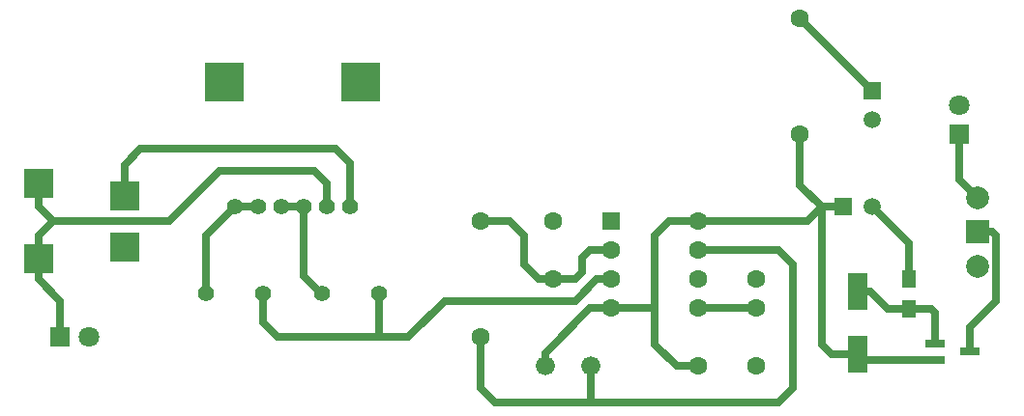
<source format=gtl>
G04 #@! TF.FileFunction,Copper,L1,Top,Signal*
%FSLAX46Y46*%
G04 Gerber Fmt 4.6, Leading zero omitted, Abs format (unit mm)*
G04 Created by KiCad (PCBNEW 4.0.6) date Mon Jul 17 13:21:17 2017*
%MOMM*%
%LPD*%
G01*
G04 APERTURE LIST*
%ADD10C,0.100000*%
%ADD11C,1.600000*%
%ADD12C,1.400000*%
%ADD13C,1.500000*%
%ADD14R,1.500000X1.500000*%
%ADD15R,1.699260X3.299460*%
%ADD16R,1.800000X1.800000*%
%ADD17C,1.800000*%
%ADD18R,2.500000X2.500000*%
%ADD19R,1.800860X0.800100*%
%ADD20C,1.676400*%
%ADD21R,1.198880X1.501140*%
%ADD22R,2.000000X2.000000*%
%ADD23C,2.000000*%
%ADD24R,1.600000X1.600000*%
%ADD25R,3.500000X3.500000*%
%ADD26C,0.635000*%
G04 APERTURE END LIST*
D10*
D11*
X102870000Y-106680000D03*
X102870000Y-101600000D03*
X120650000Y-109220000D03*
X120650000Y-106680000D03*
X115570000Y-114300000D03*
X120650000Y-114300000D03*
D12*
X87630000Y-107950000D03*
X82630000Y-107950000D03*
X77470000Y-107950000D03*
X72470000Y-107950000D03*
D13*
X130810000Y-100330000D03*
D14*
X128270000Y-100330000D03*
D15*
X129540000Y-107739180D03*
X129540000Y-113240820D03*
D13*
X130810000Y-92710000D03*
D14*
X130810000Y-90170000D03*
D16*
X59690000Y-111760000D03*
D17*
X62230000Y-111760000D03*
D18*
X65285000Y-99350000D03*
X65285000Y-103850000D03*
X57785000Y-104900000D03*
X57785000Y-98300000D03*
D16*
X138430000Y-93980000D03*
D17*
X138430000Y-91440000D03*
D19*
X136293860Y-112328960D03*
X136293860Y-113731040D03*
X139296140Y-113030000D03*
D20*
X102141020Y-114300000D03*
X106138980Y-114300000D03*
D11*
X96520000Y-111760000D03*
X96520000Y-101600000D03*
D21*
X133985000Y-109250480D03*
X133985000Y-106649520D03*
D11*
X124460000Y-93980000D03*
X124460000Y-83820000D03*
D22*
X140000000Y-102500000D03*
D23*
X140000000Y-105500000D03*
X140000000Y-99500000D03*
D24*
X107950000Y-101600000D03*
D11*
X107950000Y-104140000D03*
X107950000Y-106680000D03*
X107950000Y-109220000D03*
X115570000Y-109220000D03*
X115570000Y-106680000D03*
X115570000Y-104140000D03*
X115570000Y-101600000D03*
D25*
X74010000Y-89330000D03*
D12*
X81010000Y-100330000D03*
X79010000Y-100330000D03*
X83010000Y-100330000D03*
X77010000Y-100330000D03*
X75010000Y-100330000D03*
X85010000Y-100330000D03*
D25*
X86010000Y-89330000D03*
D26*
X107950000Y-104140000D02*
X106045000Y-104140000D01*
X104775000Y-106680000D02*
X102870000Y-106680000D01*
X105410000Y-106045000D02*
X104775000Y-106680000D01*
X105410000Y-104775000D02*
X105410000Y-106045000D01*
X106045000Y-104140000D02*
X105410000Y-104775000D01*
X96520000Y-101600000D02*
X99060000Y-101600000D01*
X101600000Y-106680000D02*
X102870000Y-106680000D01*
X100330000Y-105410000D02*
X101600000Y-106680000D01*
X100330000Y-102870000D02*
X100330000Y-105410000D01*
X99060000Y-101600000D02*
X100330000Y-102870000D01*
X133985000Y-106649520D02*
X133985000Y-103505000D01*
X133985000Y-103505000D02*
X130810000Y-100330000D01*
X115570000Y-109220000D02*
X120650000Y-109220000D01*
X111760000Y-109220000D02*
X110490000Y-109220000D01*
X110490000Y-109220000D02*
X107950000Y-109220000D01*
X115570000Y-114300000D02*
X113665000Y-114300000D01*
X113030000Y-101600000D02*
X111760000Y-102870000D01*
X111760000Y-102870000D02*
X111760000Y-107950000D01*
X113030000Y-101600000D02*
X115570000Y-101600000D01*
X111760000Y-112395000D02*
X111760000Y-109220000D01*
X111760000Y-109220000D02*
X111760000Y-107950000D01*
X113665000Y-114300000D02*
X111760000Y-112395000D01*
X107950000Y-109220000D02*
X106045000Y-109220000D01*
X106045000Y-109220000D02*
X102141020Y-113123980D01*
X102141020Y-113123980D02*
X102141020Y-114300000D01*
X126365000Y-100330000D02*
X125095000Y-101600000D01*
X125095000Y-101600000D02*
X115570000Y-101600000D01*
X136293860Y-113731040D02*
X130030220Y-113731040D01*
X130030220Y-113731040D02*
X129540000Y-113240820D01*
X129540000Y-113240820D02*
X127210820Y-113240820D01*
X126365000Y-112395000D02*
X126365000Y-100330000D01*
X127210820Y-113240820D02*
X126365000Y-112395000D01*
X124460000Y-93980000D02*
X124460000Y-98425000D01*
X126365000Y-100330000D02*
X128270000Y-100330000D01*
X124460000Y-98425000D02*
X126365000Y-100330000D01*
X87630000Y-111760000D02*
X87630000Y-107950000D01*
X107950000Y-106680000D02*
X106680000Y-106680000D01*
X77470000Y-110490000D02*
X77470000Y-108585000D01*
X78740000Y-111760000D02*
X77470000Y-110490000D01*
X90170000Y-111760000D02*
X87630000Y-111760000D01*
X87630000Y-111760000D02*
X78740000Y-111760000D01*
X93345000Y-108585000D02*
X90170000Y-111760000D01*
X104775000Y-108585000D02*
X93345000Y-108585000D01*
X106680000Y-106680000D02*
X104775000Y-108585000D01*
X77470000Y-108585000D02*
X77470000Y-107950000D01*
X82630000Y-107950000D02*
X82550000Y-107950000D01*
X82550000Y-107950000D02*
X81010000Y-106410000D01*
X81010000Y-106410000D02*
X81010000Y-100330000D01*
X79010000Y-100330000D02*
X81010000Y-100330000D01*
X77010000Y-100330000D02*
X75010000Y-100330000D01*
X75010000Y-100330000D02*
X72470000Y-102870000D01*
X72470000Y-102870000D02*
X72470000Y-107950000D01*
X133985000Y-109250480D02*
X135920480Y-109250480D01*
X136293860Y-109623860D02*
X136293860Y-112328960D01*
X135920480Y-109250480D02*
X136293860Y-109623860D01*
X129540000Y-107739180D02*
X130599180Y-107739180D01*
X132110480Y-109250480D02*
X133985000Y-109250480D01*
X130599180Y-107739180D02*
X132110480Y-109250480D01*
X124460000Y-83820000D02*
X130810000Y-90170000D01*
X59055000Y-101600000D02*
X57785000Y-102870000D01*
X57785000Y-102870000D02*
X57785000Y-104900000D01*
X83010000Y-100330000D02*
X83010000Y-98250000D01*
X57785000Y-100330000D02*
X57785000Y-98300000D01*
X59055000Y-101600000D02*
X57785000Y-100330000D01*
X69215000Y-101600000D02*
X59055000Y-101600000D01*
X73660000Y-97155000D02*
X69215000Y-101600000D01*
X81915000Y-97155000D02*
X73660000Y-97155000D01*
X83010000Y-98250000D02*
X81915000Y-97155000D01*
X57785000Y-104900000D02*
X57785000Y-106680000D01*
X57785000Y-106680000D02*
X59690000Y-108585000D01*
X59690000Y-108585000D02*
X59690000Y-111760000D01*
X65285000Y-99350000D02*
X65285000Y-96640000D01*
X85010000Y-96440000D02*
X85010000Y-100330000D01*
X83820000Y-95250000D02*
X85010000Y-96440000D01*
X66675000Y-95250000D02*
X83820000Y-95250000D01*
X65285000Y-96640000D02*
X66675000Y-95250000D01*
X138430000Y-93980000D02*
X138430000Y-97930000D01*
X138430000Y-97930000D02*
X140000000Y-99500000D01*
X140000000Y-102500000D02*
X141235000Y-102500000D01*
X139296140Y-110893860D02*
X139296140Y-113030000D01*
X141605000Y-108585000D02*
X139296140Y-110893860D01*
X141605000Y-102870000D02*
X141605000Y-108585000D01*
X141235000Y-102500000D02*
X141605000Y-102870000D01*
X106138980Y-114300000D02*
X106138980Y-117475000D01*
X106138980Y-117475000D02*
X106045000Y-117475000D01*
X115570000Y-104140000D02*
X122555000Y-104140000D01*
X96520000Y-116205000D02*
X96520000Y-111760000D01*
X97790000Y-117475000D02*
X96520000Y-116205000D01*
X122555000Y-117475000D02*
X106045000Y-117475000D01*
X106045000Y-117475000D02*
X97790000Y-117475000D01*
X123825000Y-116205000D02*
X122555000Y-117475000D01*
X123825000Y-105410000D02*
X123825000Y-116205000D01*
X122555000Y-104140000D02*
X123825000Y-105410000D01*
M02*

</source>
